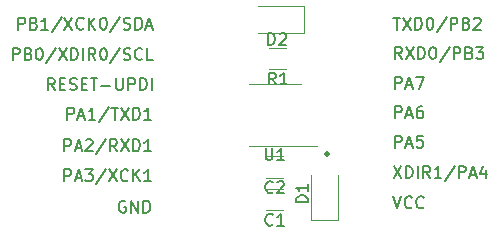
<source format=gbr>
%TF.GenerationSoftware,KiCad,Pcbnew,(7.0.0)*%
%TF.CreationDate,2023-04-14T16:10:04+02:00*%
%TF.ProjectId,ATtiny-final,41547469-6e79-42d6-9669-6e616c2e6b69,rev?*%
%TF.SameCoordinates,Original*%
%TF.FileFunction,Legend,Top*%
%TF.FilePolarity,Positive*%
%FSLAX46Y46*%
G04 Gerber Fmt 4.6, Leading zero omitted, Abs format (unit mm)*
G04 Created by KiCad (PCBNEW (7.0.0)) date 2023-04-14 16:10:04*
%MOMM*%
%LPD*%
G01*
G04 APERTURE LIST*
%ADD10C,0.150000*%
%ADD11C,0.300000*%
%ADD12C,0.120000*%
G04 APERTURE END LIST*
D10*
X161436333Y-99267380D02*
X161436333Y-98267380D01*
X161436333Y-98267380D02*
X161817285Y-98267380D01*
X161817285Y-98267380D02*
X161912523Y-98315000D01*
X161912523Y-98315000D02*
X161960142Y-98362619D01*
X161960142Y-98362619D02*
X162007761Y-98457857D01*
X162007761Y-98457857D02*
X162007761Y-98600714D01*
X162007761Y-98600714D02*
X161960142Y-98695952D01*
X161960142Y-98695952D02*
X161912523Y-98743571D01*
X161912523Y-98743571D02*
X161817285Y-98791190D01*
X161817285Y-98791190D02*
X161436333Y-98791190D01*
X162388714Y-98981666D02*
X162864904Y-98981666D01*
X162293476Y-99267380D02*
X162626809Y-98267380D01*
X162626809Y-98267380D02*
X162960142Y-99267380D01*
X163722047Y-98267380D02*
X163531571Y-98267380D01*
X163531571Y-98267380D02*
X163436333Y-98315000D01*
X163436333Y-98315000D02*
X163388714Y-98362619D01*
X163388714Y-98362619D02*
X163293476Y-98505476D01*
X163293476Y-98505476D02*
X163245857Y-98695952D01*
X163245857Y-98695952D02*
X163245857Y-99076904D01*
X163245857Y-99076904D02*
X163293476Y-99172142D01*
X163293476Y-99172142D02*
X163341095Y-99219761D01*
X163341095Y-99219761D02*
X163436333Y-99267380D01*
X163436333Y-99267380D02*
X163626809Y-99267380D01*
X163626809Y-99267380D02*
X163722047Y-99219761D01*
X163722047Y-99219761D02*
X163769666Y-99172142D01*
X163769666Y-99172142D02*
X163817285Y-99076904D01*
X163817285Y-99076904D02*
X163817285Y-98838809D01*
X163817285Y-98838809D02*
X163769666Y-98743571D01*
X163769666Y-98743571D02*
X163722047Y-98695952D01*
X163722047Y-98695952D02*
X163626809Y-98648333D01*
X163626809Y-98648333D02*
X163436333Y-98648333D01*
X163436333Y-98648333D02*
X163341095Y-98695952D01*
X163341095Y-98695952D02*
X163293476Y-98743571D01*
X163293476Y-98743571D02*
X163245857Y-98838809D01*
X133674190Y-99395655D02*
X133674190Y-98395655D01*
X133674190Y-98395655D02*
X134055142Y-98395655D01*
X134055142Y-98395655D02*
X134150380Y-98443275D01*
X134150380Y-98443275D02*
X134197999Y-98490894D01*
X134197999Y-98490894D02*
X134245618Y-98586132D01*
X134245618Y-98586132D02*
X134245618Y-98728989D01*
X134245618Y-98728989D02*
X134197999Y-98824227D01*
X134197999Y-98824227D02*
X134150380Y-98871846D01*
X134150380Y-98871846D02*
X134055142Y-98919465D01*
X134055142Y-98919465D02*
X133674190Y-98919465D01*
X134626571Y-99109941D02*
X135102761Y-99109941D01*
X134531333Y-99395655D02*
X134864666Y-98395655D01*
X134864666Y-98395655D02*
X135197999Y-99395655D01*
X136055142Y-99395655D02*
X135483714Y-99395655D01*
X135769428Y-99395655D02*
X135769428Y-98395655D01*
X135769428Y-98395655D02*
X135674190Y-98538513D01*
X135674190Y-98538513D02*
X135578952Y-98633751D01*
X135578952Y-98633751D02*
X135483714Y-98681370D01*
X137197999Y-98348036D02*
X136340857Y-99633751D01*
X137388476Y-98395655D02*
X137959904Y-98395655D01*
X137674190Y-99395655D02*
X137674190Y-98395655D01*
X138198000Y-98395655D02*
X138864666Y-99395655D01*
X138864666Y-98395655D02*
X138198000Y-99395655D01*
X139245619Y-99395655D02*
X139245619Y-98395655D01*
X139245619Y-98395655D02*
X139483714Y-98395655D01*
X139483714Y-98395655D02*
X139626571Y-98443275D01*
X139626571Y-98443275D02*
X139721809Y-98538513D01*
X139721809Y-98538513D02*
X139769428Y-98633751D01*
X139769428Y-98633751D02*
X139817047Y-98824227D01*
X139817047Y-98824227D02*
X139817047Y-98967084D01*
X139817047Y-98967084D02*
X139769428Y-99157560D01*
X139769428Y-99157560D02*
X139721809Y-99252798D01*
X139721809Y-99252798D02*
X139626571Y-99348036D01*
X139626571Y-99348036D02*
X139483714Y-99395655D01*
X139483714Y-99395655D02*
X139245619Y-99395655D01*
X140769428Y-99395655D02*
X140198000Y-99395655D01*
X140483714Y-99395655D02*
X140483714Y-98395655D01*
X140483714Y-98395655D02*
X140388476Y-98538513D01*
X140388476Y-98538513D02*
X140293238Y-98633751D01*
X140293238Y-98633751D02*
X140198000Y-98681370D01*
X133428143Y-102068054D02*
X133428143Y-101068054D01*
X133428143Y-101068054D02*
X133809095Y-101068054D01*
X133809095Y-101068054D02*
X133904333Y-101115674D01*
X133904333Y-101115674D02*
X133951952Y-101163293D01*
X133951952Y-101163293D02*
X133999571Y-101258531D01*
X133999571Y-101258531D02*
X133999571Y-101401388D01*
X133999571Y-101401388D02*
X133951952Y-101496626D01*
X133951952Y-101496626D02*
X133904333Y-101544245D01*
X133904333Y-101544245D02*
X133809095Y-101591864D01*
X133809095Y-101591864D02*
X133428143Y-101591864D01*
X134380524Y-101782340D02*
X134856714Y-101782340D01*
X134285286Y-102068054D02*
X134618619Y-101068054D01*
X134618619Y-101068054D02*
X134951952Y-102068054D01*
X135237667Y-101163293D02*
X135285286Y-101115674D01*
X135285286Y-101115674D02*
X135380524Y-101068054D01*
X135380524Y-101068054D02*
X135618619Y-101068054D01*
X135618619Y-101068054D02*
X135713857Y-101115674D01*
X135713857Y-101115674D02*
X135761476Y-101163293D01*
X135761476Y-101163293D02*
X135809095Y-101258531D01*
X135809095Y-101258531D02*
X135809095Y-101353769D01*
X135809095Y-101353769D02*
X135761476Y-101496626D01*
X135761476Y-101496626D02*
X135190048Y-102068054D01*
X135190048Y-102068054D02*
X135809095Y-102068054D01*
X136951952Y-101020435D02*
X136094810Y-102306150D01*
X137856714Y-102068054D02*
X137523381Y-101591864D01*
X137285286Y-102068054D02*
X137285286Y-101068054D01*
X137285286Y-101068054D02*
X137666238Y-101068054D01*
X137666238Y-101068054D02*
X137761476Y-101115674D01*
X137761476Y-101115674D02*
X137809095Y-101163293D01*
X137809095Y-101163293D02*
X137856714Y-101258531D01*
X137856714Y-101258531D02*
X137856714Y-101401388D01*
X137856714Y-101401388D02*
X137809095Y-101496626D01*
X137809095Y-101496626D02*
X137761476Y-101544245D01*
X137761476Y-101544245D02*
X137666238Y-101591864D01*
X137666238Y-101591864D02*
X137285286Y-101591864D01*
X138190048Y-101068054D02*
X138856714Y-102068054D01*
X138856714Y-101068054D02*
X138190048Y-102068054D01*
X139237667Y-102068054D02*
X139237667Y-101068054D01*
X139237667Y-101068054D02*
X139475762Y-101068054D01*
X139475762Y-101068054D02*
X139618619Y-101115674D01*
X139618619Y-101115674D02*
X139713857Y-101210912D01*
X139713857Y-101210912D02*
X139761476Y-101306150D01*
X139761476Y-101306150D02*
X139809095Y-101496626D01*
X139809095Y-101496626D02*
X139809095Y-101639483D01*
X139809095Y-101639483D02*
X139761476Y-101829959D01*
X139761476Y-101829959D02*
X139713857Y-101925197D01*
X139713857Y-101925197D02*
X139618619Y-102020435D01*
X139618619Y-102020435D02*
X139475762Y-102068054D01*
X139475762Y-102068054D02*
X139237667Y-102068054D01*
X140761476Y-102068054D02*
X140190048Y-102068054D01*
X140475762Y-102068054D02*
X140475762Y-101068054D01*
X140475762Y-101068054D02*
X140380524Y-101210912D01*
X140380524Y-101210912D02*
X140285286Y-101306150D01*
X140285286Y-101306150D02*
X140190048Y-101353769D01*
X161272905Y-90767380D02*
X161844333Y-90767380D01*
X161558619Y-91767380D02*
X161558619Y-90767380D01*
X162082429Y-90767380D02*
X162749095Y-91767380D01*
X162749095Y-90767380D02*
X162082429Y-91767380D01*
X163130048Y-91767380D02*
X163130048Y-90767380D01*
X163130048Y-90767380D02*
X163368143Y-90767380D01*
X163368143Y-90767380D02*
X163511000Y-90815000D01*
X163511000Y-90815000D02*
X163606238Y-90910238D01*
X163606238Y-90910238D02*
X163653857Y-91005476D01*
X163653857Y-91005476D02*
X163701476Y-91195952D01*
X163701476Y-91195952D02*
X163701476Y-91338809D01*
X163701476Y-91338809D02*
X163653857Y-91529285D01*
X163653857Y-91529285D02*
X163606238Y-91624523D01*
X163606238Y-91624523D02*
X163511000Y-91719761D01*
X163511000Y-91719761D02*
X163368143Y-91767380D01*
X163368143Y-91767380D02*
X163130048Y-91767380D01*
X164320524Y-90767380D02*
X164415762Y-90767380D01*
X164415762Y-90767380D02*
X164511000Y-90815000D01*
X164511000Y-90815000D02*
X164558619Y-90862619D01*
X164558619Y-90862619D02*
X164606238Y-90957857D01*
X164606238Y-90957857D02*
X164653857Y-91148333D01*
X164653857Y-91148333D02*
X164653857Y-91386428D01*
X164653857Y-91386428D02*
X164606238Y-91576904D01*
X164606238Y-91576904D02*
X164558619Y-91672142D01*
X164558619Y-91672142D02*
X164511000Y-91719761D01*
X164511000Y-91719761D02*
X164415762Y-91767380D01*
X164415762Y-91767380D02*
X164320524Y-91767380D01*
X164320524Y-91767380D02*
X164225286Y-91719761D01*
X164225286Y-91719761D02*
X164177667Y-91672142D01*
X164177667Y-91672142D02*
X164130048Y-91576904D01*
X164130048Y-91576904D02*
X164082429Y-91386428D01*
X164082429Y-91386428D02*
X164082429Y-91148333D01*
X164082429Y-91148333D02*
X164130048Y-90957857D01*
X164130048Y-90957857D02*
X164177667Y-90862619D01*
X164177667Y-90862619D02*
X164225286Y-90815000D01*
X164225286Y-90815000D02*
X164320524Y-90767380D01*
X165796714Y-90719761D02*
X164939572Y-92005476D01*
X166130048Y-91767380D02*
X166130048Y-90767380D01*
X166130048Y-90767380D02*
X166511000Y-90767380D01*
X166511000Y-90767380D02*
X166606238Y-90815000D01*
X166606238Y-90815000D02*
X166653857Y-90862619D01*
X166653857Y-90862619D02*
X166701476Y-90957857D01*
X166701476Y-90957857D02*
X166701476Y-91100714D01*
X166701476Y-91100714D02*
X166653857Y-91195952D01*
X166653857Y-91195952D02*
X166606238Y-91243571D01*
X166606238Y-91243571D02*
X166511000Y-91291190D01*
X166511000Y-91291190D02*
X166130048Y-91291190D01*
X167463381Y-91243571D02*
X167606238Y-91291190D01*
X167606238Y-91291190D02*
X167653857Y-91338809D01*
X167653857Y-91338809D02*
X167701476Y-91434047D01*
X167701476Y-91434047D02*
X167701476Y-91576904D01*
X167701476Y-91576904D02*
X167653857Y-91672142D01*
X167653857Y-91672142D02*
X167606238Y-91719761D01*
X167606238Y-91719761D02*
X167511000Y-91767380D01*
X167511000Y-91767380D02*
X167130048Y-91767380D01*
X167130048Y-91767380D02*
X167130048Y-90767380D01*
X167130048Y-90767380D02*
X167463381Y-90767380D01*
X167463381Y-90767380D02*
X167558619Y-90815000D01*
X167558619Y-90815000D02*
X167606238Y-90862619D01*
X167606238Y-90862619D02*
X167653857Y-90957857D01*
X167653857Y-90957857D02*
X167653857Y-91053095D01*
X167653857Y-91053095D02*
X167606238Y-91148333D01*
X167606238Y-91148333D02*
X167558619Y-91195952D01*
X167558619Y-91195952D02*
X167463381Y-91243571D01*
X167463381Y-91243571D02*
X167130048Y-91243571D01*
X168082429Y-90862619D02*
X168130048Y-90815000D01*
X168130048Y-90815000D02*
X168225286Y-90767380D01*
X168225286Y-90767380D02*
X168463381Y-90767380D01*
X168463381Y-90767380D02*
X168558619Y-90815000D01*
X168558619Y-90815000D02*
X168606238Y-90862619D01*
X168606238Y-90862619D02*
X168653857Y-90957857D01*
X168653857Y-90957857D02*
X168653857Y-91053095D01*
X168653857Y-91053095D02*
X168606238Y-91195952D01*
X168606238Y-91195952D02*
X168034810Y-91767380D01*
X168034810Y-91767380D02*
X168653857Y-91767380D01*
X129054857Y-94343380D02*
X129054857Y-93343380D01*
X129054857Y-93343380D02*
X129435809Y-93343380D01*
X129435809Y-93343380D02*
X129531047Y-93391000D01*
X129531047Y-93391000D02*
X129578666Y-93438619D01*
X129578666Y-93438619D02*
X129626285Y-93533857D01*
X129626285Y-93533857D02*
X129626285Y-93676714D01*
X129626285Y-93676714D02*
X129578666Y-93771952D01*
X129578666Y-93771952D02*
X129531047Y-93819571D01*
X129531047Y-93819571D02*
X129435809Y-93867190D01*
X129435809Y-93867190D02*
X129054857Y-93867190D01*
X130388190Y-93819571D02*
X130531047Y-93867190D01*
X130531047Y-93867190D02*
X130578666Y-93914809D01*
X130578666Y-93914809D02*
X130626285Y-94010047D01*
X130626285Y-94010047D02*
X130626285Y-94152904D01*
X130626285Y-94152904D02*
X130578666Y-94248142D01*
X130578666Y-94248142D02*
X130531047Y-94295761D01*
X130531047Y-94295761D02*
X130435809Y-94343380D01*
X130435809Y-94343380D02*
X130054857Y-94343380D01*
X130054857Y-94343380D02*
X130054857Y-93343380D01*
X130054857Y-93343380D02*
X130388190Y-93343380D01*
X130388190Y-93343380D02*
X130483428Y-93391000D01*
X130483428Y-93391000D02*
X130531047Y-93438619D01*
X130531047Y-93438619D02*
X130578666Y-93533857D01*
X130578666Y-93533857D02*
X130578666Y-93629095D01*
X130578666Y-93629095D02*
X130531047Y-93724333D01*
X130531047Y-93724333D02*
X130483428Y-93771952D01*
X130483428Y-93771952D02*
X130388190Y-93819571D01*
X130388190Y-93819571D02*
X130054857Y-93819571D01*
X131245333Y-93343380D02*
X131340571Y-93343380D01*
X131340571Y-93343380D02*
X131435809Y-93391000D01*
X131435809Y-93391000D02*
X131483428Y-93438619D01*
X131483428Y-93438619D02*
X131531047Y-93533857D01*
X131531047Y-93533857D02*
X131578666Y-93724333D01*
X131578666Y-93724333D02*
X131578666Y-93962428D01*
X131578666Y-93962428D02*
X131531047Y-94152904D01*
X131531047Y-94152904D02*
X131483428Y-94248142D01*
X131483428Y-94248142D02*
X131435809Y-94295761D01*
X131435809Y-94295761D02*
X131340571Y-94343380D01*
X131340571Y-94343380D02*
X131245333Y-94343380D01*
X131245333Y-94343380D02*
X131150095Y-94295761D01*
X131150095Y-94295761D02*
X131102476Y-94248142D01*
X131102476Y-94248142D02*
X131054857Y-94152904D01*
X131054857Y-94152904D02*
X131007238Y-93962428D01*
X131007238Y-93962428D02*
X131007238Y-93724333D01*
X131007238Y-93724333D02*
X131054857Y-93533857D01*
X131054857Y-93533857D02*
X131102476Y-93438619D01*
X131102476Y-93438619D02*
X131150095Y-93391000D01*
X131150095Y-93391000D02*
X131245333Y-93343380D01*
X132721523Y-93295761D02*
X131864381Y-94581476D01*
X132959619Y-93343380D02*
X133626285Y-94343380D01*
X133626285Y-93343380D02*
X132959619Y-94343380D01*
X134007238Y-94343380D02*
X134007238Y-93343380D01*
X134007238Y-93343380D02*
X134245333Y-93343380D01*
X134245333Y-93343380D02*
X134388190Y-93391000D01*
X134388190Y-93391000D02*
X134483428Y-93486238D01*
X134483428Y-93486238D02*
X134531047Y-93581476D01*
X134531047Y-93581476D02*
X134578666Y-93771952D01*
X134578666Y-93771952D02*
X134578666Y-93914809D01*
X134578666Y-93914809D02*
X134531047Y-94105285D01*
X134531047Y-94105285D02*
X134483428Y-94200523D01*
X134483428Y-94200523D02*
X134388190Y-94295761D01*
X134388190Y-94295761D02*
X134245333Y-94343380D01*
X134245333Y-94343380D02*
X134007238Y-94343380D01*
X135007238Y-94343380D02*
X135007238Y-93343380D01*
X136054856Y-94343380D02*
X135721523Y-93867190D01*
X135483428Y-94343380D02*
X135483428Y-93343380D01*
X135483428Y-93343380D02*
X135864380Y-93343380D01*
X135864380Y-93343380D02*
X135959618Y-93391000D01*
X135959618Y-93391000D02*
X136007237Y-93438619D01*
X136007237Y-93438619D02*
X136054856Y-93533857D01*
X136054856Y-93533857D02*
X136054856Y-93676714D01*
X136054856Y-93676714D02*
X136007237Y-93771952D01*
X136007237Y-93771952D02*
X135959618Y-93819571D01*
X135959618Y-93819571D02*
X135864380Y-93867190D01*
X135864380Y-93867190D02*
X135483428Y-93867190D01*
X136673904Y-93343380D02*
X136769142Y-93343380D01*
X136769142Y-93343380D02*
X136864380Y-93391000D01*
X136864380Y-93391000D02*
X136911999Y-93438619D01*
X136911999Y-93438619D02*
X136959618Y-93533857D01*
X136959618Y-93533857D02*
X137007237Y-93724333D01*
X137007237Y-93724333D02*
X137007237Y-93962428D01*
X137007237Y-93962428D02*
X136959618Y-94152904D01*
X136959618Y-94152904D02*
X136911999Y-94248142D01*
X136911999Y-94248142D02*
X136864380Y-94295761D01*
X136864380Y-94295761D02*
X136769142Y-94343380D01*
X136769142Y-94343380D02*
X136673904Y-94343380D01*
X136673904Y-94343380D02*
X136578666Y-94295761D01*
X136578666Y-94295761D02*
X136531047Y-94248142D01*
X136531047Y-94248142D02*
X136483428Y-94152904D01*
X136483428Y-94152904D02*
X136435809Y-93962428D01*
X136435809Y-93962428D02*
X136435809Y-93724333D01*
X136435809Y-93724333D02*
X136483428Y-93533857D01*
X136483428Y-93533857D02*
X136531047Y-93438619D01*
X136531047Y-93438619D02*
X136578666Y-93391000D01*
X136578666Y-93391000D02*
X136673904Y-93343380D01*
X138150094Y-93295761D02*
X137292952Y-94581476D01*
X138435809Y-94295761D02*
X138578666Y-94343380D01*
X138578666Y-94343380D02*
X138816761Y-94343380D01*
X138816761Y-94343380D02*
X138911999Y-94295761D01*
X138911999Y-94295761D02*
X138959618Y-94248142D01*
X138959618Y-94248142D02*
X139007237Y-94152904D01*
X139007237Y-94152904D02*
X139007237Y-94057666D01*
X139007237Y-94057666D02*
X138959618Y-93962428D01*
X138959618Y-93962428D02*
X138911999Y-93914809D01*
X138911999Y-93914809D02*
X138816761Y-93867190D01*
X138816761Y-93867190D02*
X138626285Y-93819571D01*
X138626285Y-93819571D02*
X138531047Y-93771952D01*
X138531047Y-93771952D02*
X138483428Y-93724333D01*
X138483428Y-93724333D02*
X138435809Y-93629095D01*
X138435809Y-93629095D02*
X138435809Y-93533857D01*
X138435809Y-93533857D02*
X138483428Y-93438619D01*
X138483428Y-93438619D02*
X138531047Y-93391000D01*
X138531047Y-93391000D02*
X138626285Y-93343380D01*
X138626285Y-93343380D02*
X138864380Y-93343380D01*
X138864380Y-93343380D02*
X139007237Y-93391000D01*
X140007237Y-94248142D02*
X139959618Y-94295761D01*
X139959618Y-94295761D02*
X139816761Y-94343380D01*
X139816761Y-94343380D02*
X139721523Y-94343380D01*
X139721523Y-94343380D02*
X139578666Y-94295761D01*
X139578666Y-94295761D02*
X139483428Y-94200523D01*
X139483428Y-94200523D02*
X139435809Y-94105285D01*
X139435809Y-94105285D02*
X139388190Y-93914809D01*
X139388190Y-93914809D02*
X139388190Y-93771952D01*
X139388190Y-93771952D02*
X139435809Y-93581476D01*
X139435809Y-93581476D02*
X139483428Y-93486238D01*
X139483428Y-93486238D02*
X139578666Y-93391000D01*
X139578666Y-93391000D02*
X139721523Y-93343380D01*
X139721523Y-93343380D02*
X139816761Y-93343380D01*
X139816761Y-93343380D02*
X139959618Y-93391000D01*
X139959618Y-93391000D02*
X140007237Y-93438619D01*
X140911999Y-94343380D02*
X140435809Y-94343380D01*
X140435809Y-94343380D02*
X140435809Y-93343380D01*
D11*
X155657142Y-102230714D02*
X155728571Y-102302142D01*
X155728571Y-102302142D02*
X155657142Y-102373571D01*
X155657142Y-102373571D02*
X155585714Y-102302142D01*
X155585714Y-102302142D02*
X155657142Y-102230714D01*
X155657142Y-102230714D02*
X155657142Y-102373571D01*
D10*
X138595095Y-106310819D02*
X138499857Y-106263199D01*
X138499857Y-106263199D02*
X138357000Y-106263199D01*
X138357000Y-106263199D02*
X138214143Y-106310819D01*
X138214143Y-106310819D02*
X138118905Y-106406057D01*
X138118905Y-106406057D02*
X138071286Y-106501295D01*
X138071286Y-106501295D02*
X138023667Y-106691771D01*
X138023667Y-106691771D02*
X138023667Y-106834628D01*
X138023667Y-106834628D02*
X138071286Y-107025104D01*
X138071286Y-107025104D02*
X138118905Y-107120342D01*
X138118905Y-107120342D02*
X138214143Y-107215580D01*
X138214143Y-107215580D02*
X138357000Y-107263199D01*
X138357000Y-107263199D02*
X138452238Y-107263199D01*
X138452238Y-107263199D02*
X138595095Y-107215580D01*
X138595095Y-107215580D02*
X138642714Y-107167961D01*
X138642714Y-107167961D02*
X138642714Y-106834628D01*
X138642714Y-106834628D02*
X138452238Y-106834628D01*
X139071286Y-107263199D02*
X139071286Y-106263199D01*
X139071286Y-106263199D02*
X139642714Y-107263199D01*
X139642714Y-107263199D02*
X139642714Y-106263199D01*
X140118905Y-107263199D02*
X140118905Y-106263199D01*
X140118905Y-106263199D02*
X140357000Y-106263199D01*
X140357000Y-106263199D02*
X140499857Y-106310819D01*
X140499857Y-106310819D02*
X140595095Y-106406057D01*
X140595095Y-106406057D02*
X140642714Y-106501295D01*
X140642714Y-106501295D02*
X140690333Y-106691771D01*
X140690333Y-106691771D02*
X140690333Y-106834628D01*
X140690333Y-106834628D02*
X140642714Y-107025104D01*
X140642714Y-107025104D02*
X140595095Y-107120342D01*
X140595095Y-107120342D02*
X140499857Y-107215580D01*
X140499857Y-107215580D02*
X140357000Y-107263199D01*
X140357000Y-107263199D02*
X140118905Y-107263199D01*
X161995142Y-94267380D02*
X161661809Y-93791190D01*
X161423714Y-94267380D02*
X161423714Y-93267380D01*
X161423714Y-93267380D02*
X161804666Y-93267380D01*
X161804666Y-93267380D02*
X161899904Y-93315000D01*
X161899904Y-93315000D02*
X161947523Y-93362619D01*
X161947523Y-93362619D02*
X161995142Y-93457857D01*
X161995142Y-93457857D02*
X161995142Y-93600714D01*
X161995142Y-93600714D02*
X161947523Y-93695952D01*
X161947523Y-93695952D02*
X161899904Y-93743571D01*
X161899904Y-93743571D02*
X161804666Y-93791190D01*
X161804666Y-93791190D02*
X161423714Y-93791190D01*
X162328476Y-93267380D02*
X162995142Y-94267380D01*
X162995142Y-93267380D02*
X162328476Y-94267380D01*
X163376095Y-94267380D02*
X163376095Y-93267380D01*
X163376095Y-93267380D02*
X163614190Y-93267380D01*
X163614190Y-93267380D02*
X163757047Y-93315000D01*
X163757047Y-93315000D02*
X163852285Y-93410238D01*
X163852285Y-93410238D02*
X163899904Y-93505476D01*
X163899904Y-93505476D02*
X163947523Y-93695952D01*
X163947523Y-93695952D02*
X163947523Y-93838809D01*
X163947523Y-93838809D02*
X163899904Y-94029285D01*
X163899904Y-94029285D02*
X163852285Y-94124523D01*
X163852285Y-94124523D02*
X163757047Y-94219761D01*
X163757047Y-94219761D02*
X163614190Y-94267380D01*
X163614190Y-94267380D02*
X163376095Y-94267380D01*
X164566571Y-93267380D02*
X164661809Y-93267380D01*
X164661809Y-93267380D02*
X164757047Y-93315000D01*
X164757047Y-93315000D02*
X164804666Y-93362619D01*
X164804666Y-93362619D02*
X164852285Y-93457857D01*
X164852285Y-93457857D02*
X164899904Y-93648333D01*
X164899904Y-93648333D02*
X164899904Y-93886428D01*
X164899904Y-93886428D02*
X164852285Y-94076904D01*
X164852285Y-94076904D02*
X164804666Y-94172142D01*
X164804666Y-94172142D02*
X164757047Y-94219761D01*
X164757047Y-94219761D02*
X164661809Y-94267380D01*
X164661809Y-94267380D02*
X164566571Y-94267380D01*
X164566571Y-94267380D02*
X164471333Y-94219761D01*
X164471333Y-94219761D02*
X164423714Y-94172142D01*
X164423714Y-94172142D02*
X164376095Y-94076904D01*
X164376095Y-94076904D02*
X164328476Y-93886428D01*
X164328476Y-93886428D02*
X164328476Y-93648333D01*
X164328476Y-93648333D02*
X164376095Y-93457857D01*
X164376095Y-93457857D02*
X164423714Y-93362619D01*
X164423714Y-93362619D02*
X164471333Y-93315000D01*
X164471333Y-93315000D02*
X164566571Y-93267380D01*
X166042761Y-93219761D02*
X165185619Y-94505476D01*
X166376095Y-94267380D02*
X166376095Y-93267380D01*
X166376095Y-93267380D02*
X166757047Y-93267380D01*
X166757047Y-93267380D02*
X166852285Y-93315000D01*
X166852285Y-93315000D02*
X166899904Y-93362619D01*
X166899904Y-93362619D02*
X166947523Y-93457857D01*
X166947523Y-93457857D02*
X166947523Y-93600714D01*
X166947523Y-93600714D02*
X166899904Y-93695952D01*
X166899904Y-93695952D02*
X166852285Y-93743571D01*
X166852285Y-93743571D02*
X166757047Y-93791190D01*
X166757047Y-93791190D02*
X166376095Y-93791190D01*
X167709428Y-93743571D02*
X167852285Y-93791190D01*
X167852285Y-93791190D02*
X167899904Y-93838809D01*
X167899904Y-93838809D02*
X167947523Y-93934047D01*
X167947523Y-93934047D02*
X167947523Y-94076904D01*
X167947523Y-94076904D02*
X167899904Y-94172142D01*
X167899904Y-94172142D02*
X167852285Y-94219761D01*
X167852285Y-94219761D02*
X167757047Y-94267380D01*
X167757047Y-94267380D02*
X167376095Y-94267380D01*
X167376095Y-94267380D02*
X167376095Y-93267380D01*
X167376095Y-93267380D02*
X167709428Y-93267380D01*
X167709428Y-93267380D02*
X167804666Y-93315000D01*
X167804666Y-93315000D02*
X167852285Y-93362619D01*
X167852285Y-93362619D02*
X167899904Y-93457857D01*
X167899904Y-93457857D02*
X167899904Y-93553095D01*
X167899904Y-93553095D02*
X167852285Y-93648333D01*
X167852285Y-93648333D02*
X167804666Y-93695952D01*
X167804666Y-93695952D02*
X167709428Y-93743571D01*
X167709428Y-93743571D02*
X167376095Y-93743571D01*
X168280857Y-93267380D02*
X168899904Y-93267380D01*
X168899904Y-93267380D02*
X168566571Y-93648333D01*
X168566571Y-93648333D02*
X168709428Y-93648333D01*
X168709428Y-93648333D02*
X168804666Y-93695952D01*
X168804666Y-93695952D02*
X168852285Y-93743571D01*
X168852285Y-93743571D02*
X168899904Y-93838809D01*
X168899904Y-93838809D02*
X168899904Y-94076904D01*
X168899904Y-94076904D02*
X168852285Y-94172142D01*
X168852285Y-94172142D02*
X168804666Y-94219761D01*
X168804666Y-94219761D02*
X168709428Y-94267380D01*
X168709428Y-94267380D02*
X168423714Y-94267380D01*
X168423714Y-94267380D02*
X168328476Y-94219761D01*
X168328476Y-94219761D02*
X168280857Y-94172142D01*
X129523143Y-91767380D02*
X129523143Y-90767380D01*
X129523143Y-90767380D02*
X129904095Y-90767380D01*
X129904095Y-90767380D02*
X129999333Y-90815000D01*
X129999333Y-90815000D02*
X130046952Y-90862619D01*
X130046952Y-90862619D02*
X130094571Y-90957857D01*
X130094571Y-90957857D02*
X130094571Y-91100714D01*
X130094571Y-91100714D02*
X130046952Y-91195952D01*
X130046952Y-91195952D02*
X129999333Y-91243571D01*
X129999333Y-91243571D02*
X129904095Y-91291190D01*
X129904095Y-91291190D02*
X129523143Y-91291190D01*
X130856476Y-91243571D02*
X130999333Y-91291190D01*
X130999333Y-91291190D02*
X131046952Y-91338809D01*
X131046952Y-91338809D02*
X131094571Y-91434047D01*
X131094571Y-91434047D02*
X131094571Y-91576904D01*
X131094571Y-91576904D02*
X131046952Y-91672142D01*
X131046952Y-91672142D02*
X130999333Y-91719761D01*
X130999333Y-91719761D02*
X130904095Y-91767380D01*
X130904095Y-91767380D02*
X130523143Y-91767380D01*
X130523143Y-91767380D02*
X130523143Y-90767380D01*
X130523143Y-90767380D02*
X130856476Y-90767380D01*
X130856476Y-90767380D02*
X130951714Y-90815000D01*
X130951714Y-90815000D02*
X130999333Y-90862619D01*
X130999333Y-90862619D02*
X131046952Y-90957857D01*
X131046952Y-90957857D02*
X131046952Y-91053095D01*
X131046952Y-91053095D02*
X130999333Y-91148333D01*
X130999333Y-91148333D02*
X130951714Y-91195952D01*
X130951714Y-91195952D02*
X130856476Y-91243571D01*
X130856476Y-91243571D02*
X130523143Y-91243571D01*
X132046952Y-91767380D02*
X131475524Y-91767380D01*
X131761238Y-91767380D02*
X131761238Y-90767380D01*
X131761238Y-90767380D02*
X131666000Y-90910238D01*
X131666000Y-90910238D02*
X131570762Y-91005476D01*
X131570762Y-91005476D02*
X131475524Y-91053095D01*
X133189809Y-90719761D02*
X132332667Y-92005476D01*
X133427905Y-90767380D02*
X134094571Y-91767380D01*
X134094571Y-90767380D02*
X133427905Y-91767380D01*
X135046952Y-91672142D02*
X134999333Y-91719761D01*
X134999333Y-91719761D02*
X134856476Y-91767380D01*
X134856476Y-91767380D02*
X134761238Y-91767380D01*
X134761238Y-91767380D02*
X134618381Y-91719761D01*
X134618381Y-91719761D02*
X134523143Y-91624523D01*
X134523143Y-91624523D02*
X134475524Y-91529285D01*
X134475524Y-91529285D02*
X134427905Y-91338809D01*
X134427905Y-91338809D02*
X134427905Y-91195952D01*
X134427905Y-91195952D02*
X134475524Y-91005476D01*
X134475524Y-91005476D02*
X134523143Y-90910238D01*
X134523143Y-90910238D02*
X134618381Y-90815000D01*
X134618381Y-90815000D02*
X134761238Y-90767380D01*
X134761238Y-90767380D02*
X134856476Y-90767380D01*
X134856476Y-90767380D02*
X134999333Y-90815000D01*
X134999333Y-90815000D02*
X135046952Y-90862619D01*
X135475524Y-91767380D02*
X135475524Y-90767380D01*
X136046952Y-91767380D02*
X135618381Y-91195952D01*
X136046952Y-90767380D02*
X135475524Y-91338809D01*
X136666000Y-90767380D02*
X136761238Y-90767380D01*
X136761238Y-90767380D02*
X136856476Y-90815000D01*
X136856476Y-90815000D02*
X136904095Y-90862619D01*
X136904095Y-90862619D02*
X136951714Y-90957857D01*
X136951714Y-90957857D02*
X136999333Y-91148333D01*
X136999333Y-91148333D02*
X136999333Y-91386428D01*
X136999333Y-91386428D02*
X136951714Y-91576904D01*
X136951714Y-91576904D02*
X136904095Y-91672142D01*
X136904095Y-91672142D02*
X136856476Y-91719761D01*
X136856476Y-91719761D02*
X136761238Y-91767380D01*
X136761238Y-91767380D02*
X136666000Y-91767380D01*
X136666000Y-91767380D02*
X136570762Y-91719761D01*
X136570762Y-91719761D02*
X136523143Y-91672142D01*
X136523143Y-91672142D02*
X136475524Y-91576904D01*
X136475524Y-91576904D02*
X136427905Y-91386428D01*
X136427905Y-91386428D02*
X136427905Y-91148333D01*
X136427905Y-91148333D02*
X136475524Y-90957857D01*
X136475524Y-90957857D02*
X136523143Y-90862619D01*
X136523143Y-90862619D02*
X136570762Y-90815000D01*
X136570762Y-90815000D02*
X136666000Y-90767380D01*
X138142190Y-90719761D02*
X137285048Y-92005476D01*
X138427905Y-91719761D02*
X138570762Y-91767380D01*
X138570762Y-91767380D02*
X138808857Y-91767380D01*
X138808857Y-91767380D02*
X138904095Y-91719761D01*
X138904095Y-91719761D02*
X138951714Y-91672142D01*
X138951714Y-91672142D02*
X138999333Y-91576904D01*
X138999333Y-91576904D02*
X138999333Y-91481666D01*
X138999333Y-91481666D02*
X138951714Y-91386428D01*
X138951714Y-91386428D02*
X138904095Y-91338809D01*
X138904095Y-91338809D02*
X138808857Y-91291190D01*
X138808857Y-91291190D02*
X138618381Y-91243571D01*
X138618381Y-91243571D02*
X138523143Y-91195952D01*
X138523143Y-91195952D02*
X138475524Y-91148333D01*
X138475524Y-91148333D02*
X138427905Y-91053095D01*
X138427905Y-91053095D02*
X138427905Y-90957857D01*
X138427905Y-90957857D02*
X138475524Y-90862619D01*
X138475524Y-90862619D02*
X138523143Y-90815000D01*
X138523143Y-90815000D02*
X138618381Y-90767380D01*
X138618381Y-90767380D02*
X138856476Y-90767380D01*
X138856476Y-90767380D02*
X138999333Y-90815000D01*
X139427905Y-91767380D02*
X139427905Y-90767380D01*
X139427905Y-90767380D02*
X139666000Y-90767380D01*
X139666000Y-90767380D02*
X139808857Y-90815000D01*
X139808857Y-90815000D02*
X139904095Y-90910238D01*
X139904095Y-90910238D02*
X139951714Y-91005476D01*
X139951714Y-91005476D02*
X139999333Y-91195952D01*
X139999333Y-91195952D02*
X139999333Y-91338809D01*
X139999333Y-91338809D02*
X139951714Y-91529285D01*
X139951714Y-91529285D02*
X139904095Y-91624523D01*
X139904095Y-91624523D02*
X139808857Y-91719761D01*
X139808857Y-91719761D02*
X139666000Y-91767380D01*
X139666000Y-91767380D02*
X139427905Y-91767380D01*
X140380286Y-91481666D02*
X140856476Y-91481666D01*
X140285048Y-91767380D02*
X140618381Y-90767380D01*
X140618381Y-90767380D02*
X140951714Y-91767380D01*
X161436333Y-101767380D02*
X161436333Y-100767380D01*
X161436333Y-100767380D02*
X161817285Y-100767380D01*
X161817285Y-100767380D02*
X161912523Y-100815000D01*
X161912523Y-100815000D02*
X161960142Y-100862619D01*
X161960142Y-100862619D02*
X162007761Y-100957857D01*
X162007761Y-100957857D02*
X162007761Y-101100714D01*
X162007761Y-101100714D02*
X161960142Y-101195952D01*
X161960142Y-101195952D02*
X161912523Y-101243571D01*
X161912523Y-101243571D02*
X161817285Y-101291190D01*
X161817285Y-101291190D02*
X161436333Y-101291190D01*
X162388714Y-101481666D02*
X162864904Y-101481666D01*
X162293476Y-101767380D02*
X162626809Y-100767380D01*
X162626809Y-100767380D02*
X162960142Y-101767380D01*
X163769666Y-100767380D02*
X163293476Y-100767380D01*
X163293476Y-100767380D02*
X163245857Y-101243571D01*
X163245857Y-101243571D02*
X163293476Y-101195952D01*
X163293476Y-101195952D02*
X163388714Y-101148333D01*
X163388714Y-101148333D02*
X163626809Y-101148333D01*
X163626809Y-101148333D02*
X163722047Y-101195952D01*
X163722047Y-101195952D02*
X163769666Y-101243571D01*
X163769666Y-101243571D02*
X163817285Y-101338809D01*
X163817285Y-101338809D02*
X163817285Y-101576904D01*
X163817285Y-101576904D02*
X163769666Y-101672142D01*
X163769666Y-101672142D02*
X163722047Y-101719761D01*
X163722047Y-101719761D02*
X163626809Y-101767380D01*
X163626809Y-101767380D02*
X163388714Y-101767380D01*
X163388714Y-101767380D02*
X163293476Y-101719761D01*
X163293476Y-101719761D02*
X163245857Y-101672142D01*
X132602666Y-96894289D02*
X132269333Y-96418099D01*
X132031238Y-96894289D02*
X132031238Y-95894289D01*
X132031238Y-95894289D02*
X132412190Y-95894289D01*
X132412190Y-95894289D02*
X132507428Y-95941909D01*
X132507428Y-95941909D02*
X132555047Y-95989528D01*
X132555047Y-95989528D02*
X132602666Y-96084766D01*
X132602666Y-96084766D02*
X132602666Y-96227623D01*
X132602666Y-96227623D02*
X132555047Y-96322861D01*
X132555047Y-96322861D02*
X132507428Y-96370480D01*
X132507428Y-96370480D02*
X132412190Y-96418099D01*
X132412190Y-96418099D02*
X132031238Y-96418099D01*
X133031238Y-96370480D02*
X133364571Y-96370480D01*
X133507428Y-96894289D02*
X133031238Y-96894289D01*
X133031238Y-96894289D02*
X133031238Y-95894289D01*
X133031238Y-95894289D02*
X133507428Y-95894289D01*
X133888381Y-96846670D02*
X134031238Y-96894289D01*
X134031238Y-96894289D02*
X134269333Y-96894289D01*
X134269333Y-96894289D02*
X134364571Y-96846670D01*
X134364571Y-96846670D02*
X134412190Y-96799051D01*
X134412190Y-96799051D02*
X134459809Y-96703813D01*
X134459809Y-96703813D02*
X134459809Y-96608575D01*
X134459809Y-96608575D02*
X134412190Y-96513337D01*
X134412190Y-96513337D02*
X134364571Y-96465718D01*
X134364571Y-96465718D02*
X134269333Y-96418099D01*
X134269333Y-96418099D02*
X134078857Y-96370480D01*
X134078857Y-96370480D02*
X133983619Y-96322861D01*
X133983619Y-96322861D02*
X133936000Y-96275242D01*
X133936000Y-96275242D02*
X133888381Y-96180004D01*
X133888381Y-96180004D02*
X133888381Y-96084766D01*
X133888381Y-96084766D02*
X133936000Y-95989528D01*
X133936000Y-95989528D02*
X133983619Y-95941909D01*
X133983619Y-95941909D02*
X134078857Y-95894289D01*
X134078857Y-95894289D02*
X134316952Y-95894289D01*
X134316952Y-95894289D02*
X134459809Y-95941909D01*
X134888381Y-96370480D02*
X135221714Y-96370480D01*
X135364571Y-96894289D02*
X134888381Y-96894289D01*
X134888381Y-96894289D02*
X134888381Y-95894289D01*
X134888381Y-95894289D02*
X135364571Y-95894289D01*
X135650286Y-95894289D02*
X136221714Y-95894289D01*
X135936000Y-96894289D02*
X135936000Y-95894289D01*
X136555048Y-96513337D02*
X137316953Y-96513337D01*
X137793143Y-95894289D02*
X137793143Y-96703813D01*
X137793143Y-96703813D02*
X137840762Y-96799051D01*
X137840762Y-96799051D02*
X137888381Y-96846670D01*
X137888381Y-96846670D02*
X137983619Y-96894289D01*
X137983619Y-96894289D02*
X138174095Y-96894289D01*
X138174095Y-96894289D02*
X138269333Y-96846670D01*
X138269333Y-96846670D02*
X138316952Y-96799051D01*
X138316952Y-96799051D02*
X138364571Y-96703813D01*
X138364571Y-96703813D02*
X138364571Y-95894289D01*
X138840762Y-96894289D02*
X138840762Y-95894289D01*
X138840762Y-95894289D02*
X139221714Y-95894289D01*
X139221714Y-95894289D02*
X139316952Y-95941909D01*
X139316952Y-95941909D02*
X139364571Y-95989528D01*
X139364571Y-95989528D02*
X139412190Y-96084766D01*
X139412190Y-96084766D02*
X139412190Y-96227623D01*
X139412190Y-96227623D02*
X139364571Y-96322861D01*
X139364571Y-96322861D02*
X139316952Y-96370480D01*
X139316952Y-96370480D02*
X139221714Y-96418099D01*
X139221714Y-96418099D02*
X138840762Y-96418099D01*
X139840762Y-96894289D02*
X139840762Y-95894289D01*
X139840762Y-95894289D02*
X140078857Y-95894289D01*
X140078857Y-95894289D02*
X140221714Y-95941909D01*
X140221714Y-95941909D02*
X140316952Y-96037147D01*
X140316952Y-96037147D02*
X140364571Y-96132385D01*
X140364571Y-96132385D02*
X140412190Y-96322861D01*
X140412190Y-96322861D02*
X140412190Y-96465718D01*
X140412190Y-96465718D02*
X140364571Y-96656194D01*
X140364571Y-96656194D02*
X140316952Y-96751432D01*
X140316952Y-96751432D02*
X140221714Y-96846670D01*
X140221714Y-96846670D02*
X140078857Y-96894289D01*
X140078857Y-96894289D02*
X139840762Y-96894289D01*
X140840762Y-96894289D02*
X140840762Y-95894289D01*
X133428143Y-104612179D02*
X133428143Y-103612179D01*
X133428143Y-103612179D02*
X133809095Y-103612179D01*
X133809095Y-103612179D02*
X133904333Y-103659799D01*
X133904333Y-103659799D02*
X133951952Y-103707418D01*
X133951952Y-103707418D02*
X133999571Y-103802656D01*
X133999571Y-103802656D02*
X133999571Y-103945513D01*
X133999571Y-103945513D02*
X133951952Y-104040751D01*
X133951952Y-104040751D02*
X133904333Y-104088370D01*
X133904333Y-104088370D02*
X133809095Y-104135989D01*
X133809095Y-104135989D02*
X133428143Y-104135989D01*
X134380524Y-104326465D02*
X134856714Y-104326465D01*
X134285286Y-104612179D02*
X134618619Y-103612179D01*
X134618619Y-103612179D02*
X134951952Y-104612179D01*
X135190048Y-103612179D02*
X135809095Y-103612179D01*
X135809095Y-103612179D02*
X135475762Y-103993132D01*
X135475762Y-103993132D02*
X135618619Y-103993132D01*
X135618619Y-103993132D02*
X135713857Y-104040751D01*
X135713857Y-104040751D02*
X135761476Y-104088370D01*
X135761476Y-104088370D02*
X135809095Y-104183608D01*
X135809095Y-104183608D02*
X135809095Y-104421703D01*
X135809095Y-104421703D02*
X135761476Y-104516941D01*
X135761476Y-104516941D02*
X135713857Y-104564560D01*
X135713857Y-104564560D02*
X135618619Y-104612179D01*
X135618619Y-104612179D02*
X135332905Y-104612179D01*
X135332905Y-104612179D02*
X135237667Y-104564560D01*
X135237667Y-104564560D02*
X135190048Y-104516941D01*
X136951952Y-103564560D02*
X136094810Y-104850275D01*
X137190048Y-103612179D02*
X137856714Y-104612179D01*
X137856714Y-103612179D02*
X137190048Y-104612179D01*
X138809095Y-104516941D02*
X138761476Y-104564560D01*
X138761476Y-104564560D02*
X138618619Y-104612179D01*
X138618619Y-104612179D02*
X138523381Y-104612179D01*
X138523381Y-104612179D02*
X138380524Y-104564560D01*
X138380524Y-104564560D02*
X138285286Y-104469322D01*
X138285286Y-104469322D02*
X138237667Y-104374084D01*
X138237667Y-104374084D02*
X138190048Y-104183608D01*
X138190048Y-104183608D02*
X138190048Y-104040751D01*
X138190048Y-104040751D02*
X138237667Y-103850275D01*
X138237667Y-103850275D02*
X138285286Y-103755037D01*
X138285286Y-103755037D02*
X138380524Y-103659799D01*
X138380524Y-103659799D02*
X138523381Y-103612179D01*
X138523381Y-103612179D02*
X138618619Y-103612179D01*
X138618619Y-103612179D02*
X138761476Y-103659799D01*
X138761476Y-103659799D02*
X138809095Y-103707418D01*
X139237667Y-104612179D02*
X139237667Y-103612179D01*
X139809095Y-104612179D02*
X139380524Y-104040751D01*
X139809095Y-103612179D02*
X139237667Y-104183608D01*
X140761476Y-104612179D02*
X140190048Y-104612179D01*
X140475762Y-104612179D02*
X140475762Y-103612179D01*
X140475762Y-103612179D02*
X140380524Y-103755037D01*
X140380524Y-103755037D02*
X140285286Y-103850275D01*
X140285286Y-103850275D02*
X140190048Y-103897894D01*
X161288810Y-103334249D02*
X161955476Y-104334249D01*
X161955476Y-103334249D02*
X161288810Y-104334249D01*
X162336429Y-104334249D02*
X162336429Y-103334249D01*
X162336429Y-103334249D02*
X162574524Y-103334249D01*
X162574524Y-103334249D02*
X162717381Y-103381869D01*
X162717381Y-103381869D02*
X162812619Y-103477107D01*
X162812619Y-103477107D02*
X162860238Y-103572345D01*
X162860238Y-103572345D02*
X162907857Y-103762821D01*
X162907857Y-103762821D02*
X162907857Y-103905678D01*
X162907857Y-103905678D02*
X162860238Y-104096154D01*
X162860238Y-104096154D02*
X162812619Y-104191392D01*
X162812619Y-104191392D02*
X162717381Y-104286630D01*
X162717381Y-104286630D02*
X162574524Y-104334249D01*
X162574524Y-104334249D02*
X162336429Y-104334249D01*
X163336429Y-104334249D02*
X163336429Y-103334249D01*
X164384047Y-104334249D02*
X164050714Y-103858059D01*
X163812619Y-104334249D02*
X163812619Y-103334249D01*
X163812619Y-103334249D02*
X164193571Y-103334249D01*
X164193571Y-103334249D02*
X164288809Y-103381869D01*
X164288809Y-103381869D02*
X164336428Y-103429488D01*
X164336428Y-103429488D02*
X164384047Y-103524726D01*
X164384047Y-103524726D02*
X164384047Y-103667583D01*
X164384047Y-103667583D02*
X164336428Y-103762821D01*
X164336428Y-103762821D02*
X164288809Y-103810440D01*
X164288809Y-103810440D02*
X164193571Y-103858059D01*
X164193571Y-103858059D02*
X163812619Y-103858059D01*
X165336428Y-104334249D02*
X164765000Y-104334249D01*
X165050714Y-104334249D02*
X165050714Y-103334249D01*
X165050714Y-103334249D02*
X164955476Y-103477107D01*
X164955476Y-103477107D02*
X164860238Y-103572345D01*
X164860238Y-103572345D02*
X164765000Y-103619964D01*
X166479285Y-103286630D02*
X165622143Y-104572345D01*
X166812619Y-104334249D02*
X166812619Y-103334249D01*
X166812619Y-103334249D02*
X167193571Y-103334249D01*
X167193571Y-103334249D02*
X167288809Y-103381869D01*
X167288809Y-103381869D02*
X167336428Y-103429488D01*
X167336428Y-103429488D02*
X167384047Y-103524726D01*
X167384047Y-103524726D02*
X167384047Y-103667583D01*
X167384047Y-103667583D02*
X167336428Y-103762821D01*
X167336428Y-103762821D02*
X167288809Y-103810440D01*
X167288809Y-103810440D02*
X167193571Y-103858059D01*
X167193571Y-103858059D02*
X166812619Y-103858059D01*
X167765000Y-104048535D02*
X168241190Y-104048535D01*
X167669762Y-104334249D02*
X168003095Y-103334249D01*
X168003095Y-103334249D02*
X168336428Y-104334249D01*
X169098333Y-103667583D02*
X169098333Y-104334249D01*
X168860238Y-103286630D02*
X168622143Y-104000916D01*
X168622143Y-104000916D02*
X169241190Y-104000916D01*
X161270309Y-105899753D02*
X161603642Y-106899753D01*
X161603642Y-106899753D02*
X161936975Y-105899753D01*
X162841737Y-106804515D02*
X162794118Y-106852134D01*
X162794118Y-106852134D02*
X162651261Y-106899753D01*
X162651261Y-106899753D02*
X162556023Y-106899753D01*
X162556023Y-106899753D02*
X162413166Y-106852134D01*
X162413166Y-106852134D02*
X162317928Y-106756896D01*
X162317928Y-106756896D02*
X162270309Y-106661658D01*
X162270309Y-106661658D02*
X162222690Y-106471182D01*
X162222690Y-106471182D02*
X162222690Y-106328325D01*
X162222690Y-106328325D02*
X162270309Y-106137849D01*
X162270309Y-106137849D02*
X162317928Y-106042611D01*
X162317928Y-106042611D02*
X162413166Y-105947373D01*
X162413166Y-105947373D02*
X162556023Y-105899753D01*
X162556023Y-105899753D02*
X162651261Y-105899753D01*
X162651261Y-105899753D02*
X162794118Y-105947373D01*
X162794118Y-105947373D02*
X162841737Y-105994992D01*
X163841737Y-106804515D02*
X163794118Y-106852134D01*
X163794118Y-106852134D02*
X163651261Y-106899753D01*
X163651261Y-106899753D02*
X163556023Y-106899753D01*
X163556023Y-106899753D02*
X163413166Y-106852134D01*
X163413166Y-106852134D02*
X163317928Y-106756896D01*
X163317928Y-106756896D02*
X163270309Y-106661658D01*
X163270309Y-106661658D02*
X163222690Y-106471182D01*
X163222690Y-106471182D02*
X163222690Y-106328325D01*
X163222690Y-106328325D02*
X163270309Y-106137849D01*
X163270309Y-106137849D02*
X163317928Y-106042611D01*
X163317928Y-106042611D02*
X163413166Y-105947373D01*
X163413166Y-105947373D02*
X163556023Y-105899753D01*
X163556023Y-105899753D02*
X163651261Y-105899753D01*
X163651261Y-105899753D02*
X163794118Y-105947373D01*
X163794118Y-105947373D02*
X163841737Y-105994992D01*
X161436333Y-96767380D02*
X161436333Y-95767380D01*
X161436333Y-95767380D02*
X161817285Y-95767380D01*
X161817285Y-95767380D02*
X161912523Y-95815000D01*
X161912523Y-95815000D02*
X161960142Y-95862619D01*
X161960142Y-95862619D02*
X162007761Y-95957857D01*
X162007761Y-95957857D02*
X162007761Y-96100714D01*
X162007761Y-96100714D02*
X161960142Y-96195952D01*
X161960142Y-96195952D02*
X161912523Y-96243571D01*
X161912523Y-96243571D02*
X161817285Y-96291190D01*
X161817285Y-96291190D02*
X161436333Y-96291190D01*
X162388714Y-96481666D02*
X162864904Y-96481666D01*
X162293476Y-96767380D02*
X162626809Y-95767380D01*
X162626809Y-95767380D02*
X162960142Y-96767380D01*
X163198238Y-95767380D02*
X163864904Y-95767380D01*
X163864904Y-95767380D02*
X163436333Y-96767380D01*
%TO.C,C1*%
X151059333Y-108272142D02*
X151011714Y-108319761D01*
X151011714Y-108319761D02*
X150868857Y-108367380D01*
X150868857Y-108367380D02*
X150773619Y-108367380D01*
X150773619Y-108367380D02*
X150630762Y-108319761D01*
X150630762Y-108319761D02*
X150535524Y-108224523D01*
X150535524Y-108224523D02*
X150487905Y-108129285D01*
X150487905Y-108129285D02*
X150440286Y-107938809D01*
X150440286Y-107938809D02*
X150440286Y-107795952D01*
X150440286Y-107795952D02*
X150487905Y-107605476D01*
X150487905Y-107605476D02*
X150535524Y-107510238D01*
X150535524Y-107510238D02*
X150630762Y-107415000D01*
X150630762Y-107415000D02*
X150773619Y-107367380D01*
X150773619Y-107367380D02*
X150868857Y-107367380D01*
X150868857Y-107367380D02*
X151011714Y-107415000D01*
X151011714Y-107415000D02*
X151059333Y-107462619D01*
X152011714Y-108367380D02*
X151440286Y-108367380D01*
X151726000Y-108367380D02*
X151726000Y-107367380D01*
X151726000Y-107367380D02*
X151630762Y-107510238D01*
X151630762Y-107510238D02*
X151535524Y-107605476D01*
X151535524Y-107605476D02*
X151440286Y-107653095D01*
%TO.C,D2*%
X150686905Y-93077380D02*
X150686905Y-92077380D01*
X150686905Y-92077380D02*
X150925000Y-92077380D01*
X150925000Y-92077380D02*
X151067857Y-92125000D01*
X151067857Y-92125000D02*
X151163095Y-92220238D01*
X151163095Y-92220238D02*
X151210714Y-92315476D01*
X151210714Y-92315476D02*
X151258333Y-92505952D01*
X151258333Y-92505952D02*
X151258333Y-92648809D01*
X151258333Y-92648809D02*
X151210714Y-92839285D01*
X151210714Y-92839285D02*
X151163095Y-92934523D01*
X151163095Y-92934523D02*
X151067857Y-93029761D01*
X151067857Y-93029761D02*
X150925000Y-93077380D01*
X150925000Y-93077380D02*
X150686905Y-93077380D01*
X151639286Y-92172619D02*
X151686905Y-92125000D01*
X151686905Y-92125000D02*
X151782143Y-92077380D01*
X151782143Y-92077380D02*
X152020238Y-92077380D01*
X152020238Y-92077380D02*
X152115476Y-92125000D01*
X152115476Y-92125000D02*
X152163095Y-92172619D01*
X152163095Y-92172619D02*
X152210714Y-92267857D01*
X152210714Y-92267857D02*
X152210714Y-92363095D01*
X152210714Y-92363095D02*
X152163095Y-92505952D01*
X152163095Y-92505952D02*
X151591667Y-93077380D01*
X151591667Y-93077380D02*
X152210714Y-93077380D01*
%TO.C,C2*%
X151059333Y-105522142D02*
X151011714Y-105569761D01*
X151011714Y-105569761D02*
X150868857Y-105617380D01*
X150868857Y-105617380D02*
X150773619Y-105617380D01*
X150773619Y-105617380D02*
X150630762Y-105569761D01*
X150630762Y-105569761D02*
X150535524Y-105474523D01*
X150535524Y-105474523D02*
X150487905Y-105379285D01*
X150487905Y-105379285D02*
X150440286Y-105188809D01*
X150440286Y-105188809D02*
X150440286Y-105045952D01*
X150440286Y-105045952D02*
X150487905Y-104855476D01*
X150487905Y-104855476D02*
X150535524Y-104760238D01*
X150535524Y-104760238D02*
X150630762Y-104665000D01*
X150630762Y-104665000D02*
X150773619Y-104617380D01*
X150773619Y-104617380D02*
X150868857Y-104617380D01*
X150868857Y-104617380D02*
X151011714Y-104665000D01*
X151011714Y-104665000D02*
X151059333Y-104712619D01*
X151440286Y-104712619D02*
X151487905Y-104665000D01*
X151487905Y-104665000D02*
X151583143Y-104617380D01*
X151583143Y-104617380D02*
X151821238Y-104617380D01*
X151821238Y-104617380D02*
X151916476Y-104665000D01*
X151916476Y-104665000D02*
X151964095Y-104712619D01*
X151964095Y-104712619D02*
X152011714Y-104807857D01*
X152011714Y-104807857D02*
X152011714Y-104903095D01*
X152011714Y-104903095D02*
X151964095Y-105045952D01*
X151964095Y-105045952D02*
X151392667Y-105617380D01*
X151392667Y-105617380D02*
X152011714Y-105617380D01*
%TO.C,R1*%
X151316833Y-96417380D02*
X150983500Y-95941190D01*
X150745405Y-96417380D02*
X150745405Y-95417380D01*
X150745405Y-95417380D02*
X151126357Y-95417380D01*
X151126357Y-95417380D02*
X151221595Y-95465000D01*
X151221595Y-95465000D02*
X151269214Y-95512619D01*
X151269214Y-95512619D02*
X151316833Y-95607857D01*
X151316833Y-95607857D02*
X151316833Y-95750714D01*
X151316833Y-95750714D02*
X151269214Y-95845952D01*
X151269214Y-95845952D02*
X151221595Y-95893571D01*
X151221595Y-95893571D02*
X151126357Y-95941190D01*
X151126357Y-95941190D02*
X150745405Y-95941190D01*
X152269214Y-96417380D02*
X151697786Y-96417380D01*
X151983500Y-96417380D02*
X151983500Y-95417380D01*
X151983500Y-95417380D02*
X151888262Y-95560238D01*
X151888262Y-95560238D02*
X151793024Y-95655476D01*
X151793024Y-95655476D02*
X151697786Y-95703095D01*
%TO.C,D1*%
X154023380Y-106388094D02*
X153023380Y-106388094D01*
X153023380Y-106388094D02*
X153023380Y-106149999D01*
X153023380Y-106149999D02*
X153071000Y-106007142D01*
X153071000Y-106007142D02*
X153166238Y-105911904D01*
X153166238Y-105911904D02*
X153261476Y-105864285D01*
X153261476Y-105864285D02*
X153451952Y-105816666D01*
X153451952Y-105816666D02*
X153594809Y-105816666D01*
X153594809Y-105816666D02*
X153785285Y-105864285D01*
X153785285Y-105864285D02*
X153880523Y-105911904D01*
X153880523Y-105911904D02*
X153975761Y-106007142D01*
X153975761Y-106007142D02*
X154023380Y-106149999D01*
X154023380Y-106149999D02*
X154023380Y-106388094D01*
X154023380Y-104864285D02*
X154023380Y-105435713D01*
X154023380Y-105149999D02*
X153023380Y-105149999D01*
X153023380Y-105149999D02*
X153166238Y-105245237D01*
X153166238Y-105245237D02*
X153261476Y-105340475D01*
X153261476Y-105340475D02*
X153309095Y-105435713D01*
%TO.C,U1*%
X150464095Y-101817380D02*
X150464095Y-102626904D01*
X150464095Y-102626904D02*
X150511714Y-102722142D01*
X150511714Y-102722142D02*
X150559333Y-102769761D01*
X150559333Y-102769761D02*
X150654571Y-102817380D01*
X150654571Y-102817380D02*
X150845047Y-102817380D01*
X150845047Y-102817380D02*
X150940285Y-102769761D01*
X150940285Y-102769761D02*
X150987904Y-102722142D01*
X150987904Y-102722142D02*
X151035523Y-102626904D01*
X151035523Y-102626904D02*
X151035523Y-101817380D01*
X152035523Y-102817380D02*
X151464095Y-102817380D01*
X151749809Y-102817380D02*
X151749809Y-101817380D01*
X151749809Y-101817380D02*
X151654571Y-101960238D01*
X151654571Y-101960238D02*
X151559333Y-102055476D01*
X151559333Y-102055476D02*
X151464095Y-102103095D01*
D12*
%TO.C,C1*%
X151937252Y-107060000D02*
X150514748Y-107060000D01*
X151937252Y-105240000D02*
X150514748Y-105240000D01*
%TO.C,D2*%
X153710000Y-92025000D02*
X153710000Y-89755000D01*
X153710000Y-89755000D02*
X149825000Y-89755000D01*
X149825000Y-92025000D02*
X153710000Y-92025000D01*
%TO.C,C2*%
X151937252Y-104310000D02*
X150514748Y-104310000D01*
X151937252Y-102490000D02*
X150514748Y-102490000D01*
%TO.C,R1*%
X152210564Y-95140000D02*
X150756436Y-95140000D01*
X152210564Y-93320000D02*
X150756436Y-93320000D01*
%TO.C,D1*%
X154341000Y-107935000D02*
X156611000Y-107935000D01*
X156611000Y-107935000D02*
X156611000Y-104050000D01*
X154341000Y-104050000D02*
X154341000Y-107935000D01*
%TO.C,U1*%
X151226000Y-101610000D02*
X154826000Y-101610000D01*
X151226000Y-101610000D02*
X149026000Y-101610000D01*
X151226000Y-96390000D02*
X153426000Y-96390000D01*
X151226000Y-96390000D02*
X149026000Y-96390000D01*
%TD*%
M02*

</source>
